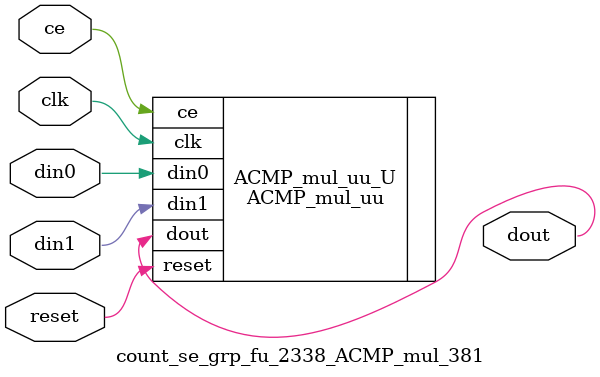
<source format=v>

`timescale 1 ns / 1 ps
module count_se_grp_fu_2338_ACMP_mul_381(
    clk,
    reset,
    ce,
    din0,
    din1,
    dout);

parameter ID = 32'd1;
parameter NUM_STAGE = 32'd1;
parameter din0_WIDTH = 32'd1;
parameter din1_WIDTH = 32'd1;
parameter dout_WIDTH = 32'd1;
input clk;
input reset;
input ce;
input[din0_WIDTH - 1:0] din0;
input[din1_WIDTH - 1:0] din1;
output[dout_WIDTH - 1:0] dout;



ACMP_mul_uu #(
.ID( ID ),
.NUM_STAGE( 3 ),
.din0_WIDTH( din0_WIDTH ),
.din1_WIDTH( din1_WIDTH ),
.dout_WIDTH( dout_WIDTH ))
ACMP_mul_uu_U(
    .clk( clk ),
    .reset( reset ),
    .ce( ce ),
    .din0( din0 ),
    .din1( din1 ),
    .dout( dout ));

endmodule

</source>
